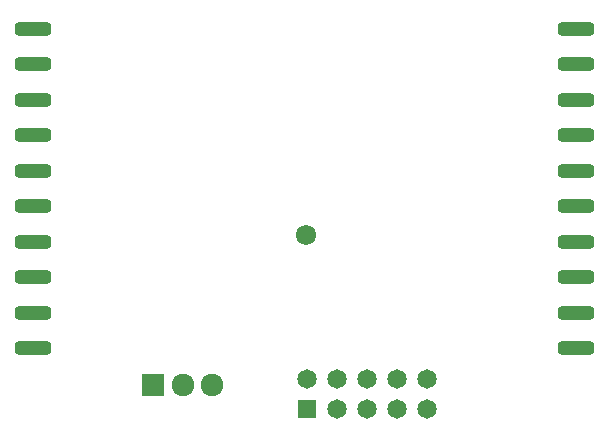
<source format=gbs>
G04 Layer_Color=16711935*
%FSLAX24Y24*%
%MOIN*%
G70*
G01*
G75*
%ADD75C,0.0756*%
%ADD76R,0.0756X0.0756*%
%ADD77C,0.0677*%
G04:AMPARAMS|DCode=78|XSize=122.8mil|YSize=44.1mil|CornerRadius=12.2mil|HoleSize=0mil|Usage=FLASHONLY|Rotation=0.000|XOffset=0mil|YOffset=0mil|HoleType=Round|Shape=RoundedRectangle|*
%AMROUNDEDRECTD78*
21,1,0.1228,0.0197,0,0,0.0*
21,1,0.0984,0.0441,0,0,0.0*
1,1,0.0244,0.0492,-0.0098*
1,1,0.0244,-0.0492,-0.0098*
1,1,0.0244,-0.0492,0.0098*
1,1,0.0244,0.0492,0.0098*
%
%ADD78ROUNDEDRECTD78*%
%ADD79C,0.0647*%
%ADD80R,0.0647X0.0647*%
D75*
X29980Y29941D02*
D03*
X30965D02*
D03*
D76*
X28996D02*
D03*
D77*
X34094Y34961D02*
D03*
D78*
X43110Y31181D02*
D03*
Y32362D02*
D03*
Y33543D02*
D03*
Y34724D02*
D03*
Y35906D02*
D03*
Y37087D02*
D03*
Y38268D02*
D03*
Y39449D02*
D03*
Y40630D02*
D03*
Y41811D02*
D03*
X25000D02*
D03*
Y40630D02*
D03*
Y39449D02*
D03*
Y38268D02*
D03*
Y37087D02*
D03*
Y35906D02*
D03*
Y34724D02*
D03*
Y33543D02*
D03*
Y32362D02*
D03*
Y31181D02*
D03*
D79*
X36144Y30144D02*
D03*
Y29144D02*
D03*
X37144Y30144D02*
D03*
X38144D02*
D03*
X34144D02*
D03*
X35144D02*
D03*
X37144Y29144D02*
D03*
X38144D02*
D03*
X35144D02*
D03*
D80*
X34144D02*
D03*
M02*

</source>
